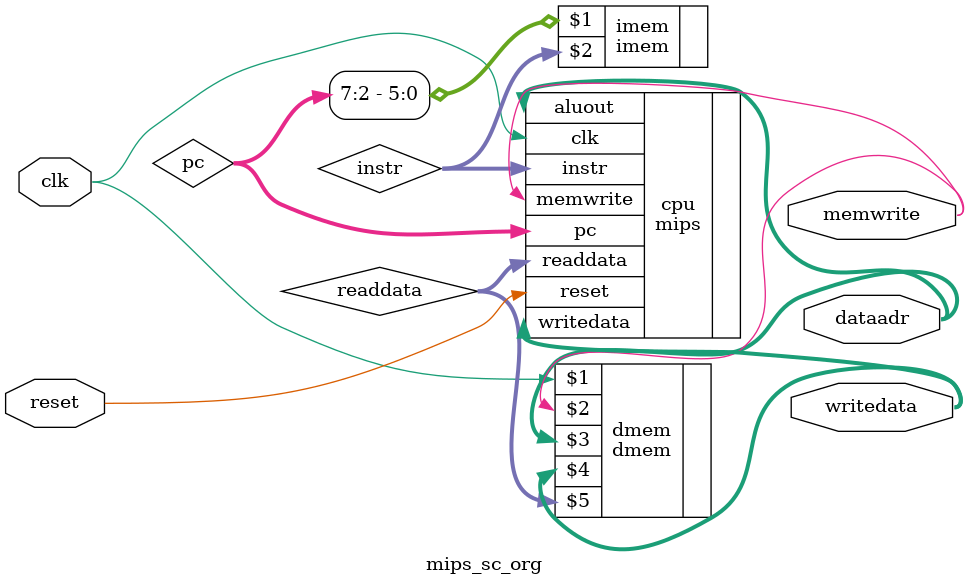
<source format=sv>
module mips_sc_org(input  logic        clk, reset, 
	           output logic [31:0] writedata, dataadr, 
	           output logic        memwrite);
	
	  logic [31:0] pc, instr, readdata;
	  
	    mips cpu (
		 .clk      (clk),
		 .reset    (reset),
		 .pc       (pc),
		 .instr    (instr),
		 .memwrite (memwrite),
		 .aluout   (dataadr),
		 .writedata(writedata),
		 .readdata (readdata)
	  );
	  imem imem(pc[7:2], instr);
	  dmem dmem(clk, memwrite, dataadr, writedata, readdata);
endmodule
</source>
